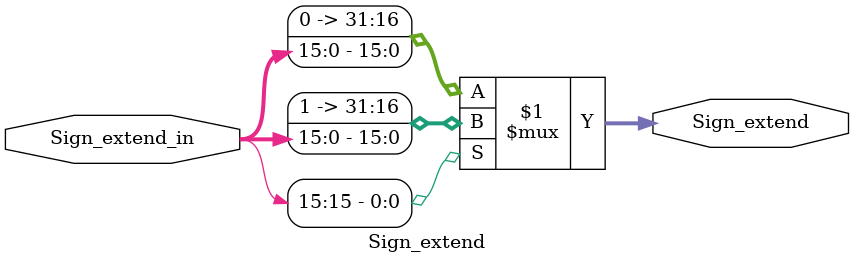
<source format=v>
module Sign_extend(Sign_extend_in, Sign_extend);
	input [15:0] Sign_extend_in;
	output [31:0] Sign_extend;

	assign Sign_extend = (Sign_extend_in[15]) ? ({16'hffff, Sign_extend_in}) : ({16'h0,Sign_extend_in}) ;

endmodule

</source>
